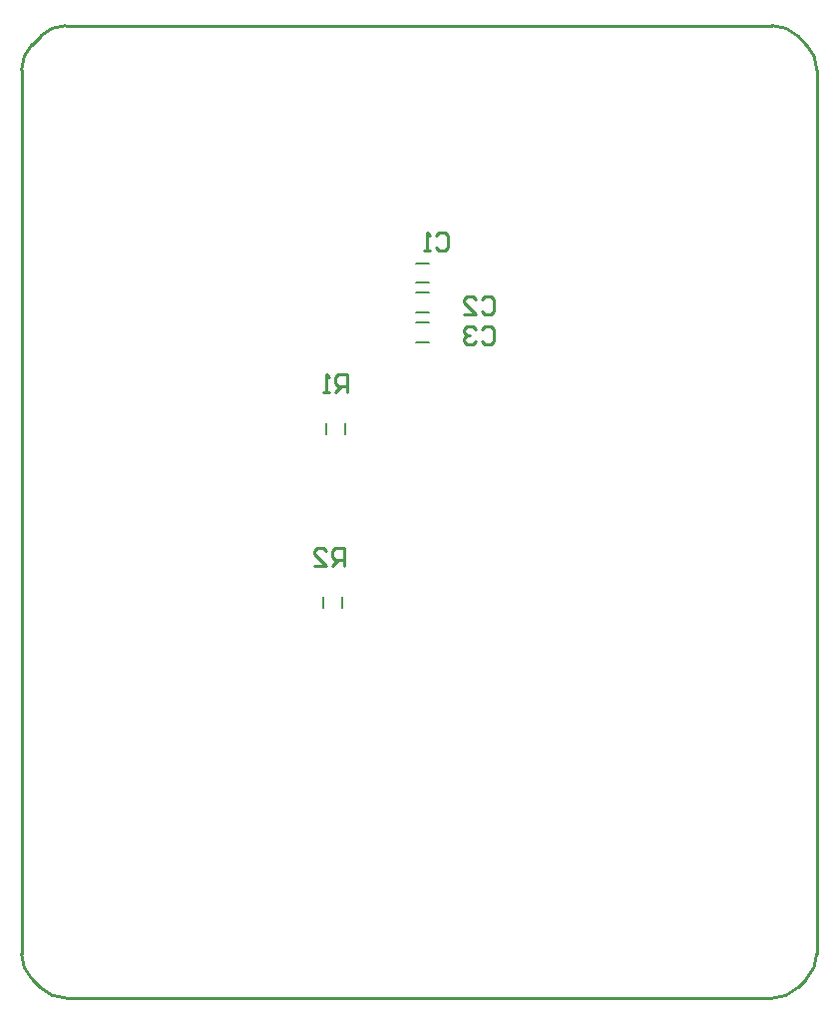
<source format=gbo>
G04 Layer_Color=32896*
%FSAX43Y43*%
%MOMM*%
G71*
G01*
G75*
%ADD10C,0.254*%
%ADD32C,0.200*%
D10*
X0100178Y0099720D02*
X0100432Y0099974D01*
X0100940D01*
X0101194Y0099720D01*
Y0098704D01*
X0100940Y0098450D01*
X0100432D01*
X0100178Y0098704D01*
X0099670Y0098450D02*
X0099162D01*
X0099416D01*
Y0099974D01*
X0099670Y0099720D01*
X0104044Y0094250D02*
X0104298Y0094504D01*
X0104806D01*
X0105060Y0094250D01*
Y0093234D01*
X0104806Y0092980D01*
X0104298D01*
X0104044Y0093234D01*
X0102521Y0092980D02*
X0103536D01*
X0102521Y0093996D01*
Y0094250D01*
X0102775Y0094504D01*
X0103283D01*
X0103536Y0094250D01*
X0104044Y0091710D02*
X0104298Y0091964D01*
X0104806D01*
X0105060Y0091710D01*
Y0090694D01*
X0104806Y0090440D01*
X0104298D01*
X0104044Y0090694D01*
X0103536Y0091710D02*
X0103283Y0091964D01*
X0102775D01*
X0102521Y0091710D01*
Y0091456D01*
X0102775Y0091202D01*
X0103029D01*
X0102775D01*
X0102521Y0090948D01*
Y0090694D01*
X0102775Y0090440D01*
X0103283D01*
X0103536Y0090694D01*
X0092608Y0086411D02*
Y0087934D01*
X0091847D01*
X0091593Y0087680D01*
Y0087173D01*
X0091847Y0086919D01*
X0092608D01*
X0092101D02*
X0091593Y0086411D01*
X0091085D02*
X0090577D01*
X0090831D01*
Y0087934D01*
X0091085Y0087680D01*
X0092354Y0071679D02*
Y0073202D01*
X0091593D01*
X0091339Y0072948D01*
Y0072441D01*
X0091593Y0072187D01*
X0092354D01*
X0091847D02*
X0091339Y0071679D01*
X0089815D02*
X0090831D01*
X0089815Y0072694D01*
Y0072948D01*
X0090069Y0073202D01*
X0090577D01*
X0090831Y0072948D01*
X0130898Y0116602D02*
G03*
X0128730Y0117500I-0002168J-0002168D01*
G01*
X0068732D02*
G03*
X0066629Y0116629I0000000J-0002975D01*
G01*
X0065898Y0115898D02*
G03*
X0065000Y0113730I0002168J-0002168D01*
G01*
Y0038770D02*
G03*
X0065898Y0036602I0003066J0000000D01*
G01*
X0066602Y0035898D02*
G03*
X0068770Y0035000I0002168J0002168D01*
G01*
X0128730D02*
G03*
X0130898Y0035898I0000000J0003066D01*
G01*
X0131602Y0036602D02*
G03*
X0132500Y0038770I-0002168J0002168D01*
G01*
Y0113730D02*
G03*
X0131602Y0115898I-0003066J0000000D01*
G01*
X0065898D02*
X0066629Y0116629D01*
X0065000Y0038770D02*
Y0113730D01*
X0065898Y0036602D02*
X0066602Y0035898D01*
X0068770Y0035000D02*
X0128730D01*
X0130898Y0035898D02*
X0131602Y0036602D01*
X0132500Y0038770D02*
Y0113730D01*
X0130898Y0116602D02*
X0131602Y0115898D01*
X0068732Y0117500D02*
X0128730D01*
D32*
X0098510Y0095720D02*
X0099610D01*
X0098510Y0097320D02*
X0099610D01*
X0098510Y0093130D02*
X0099610D01*
X0098510Y0094830D02*
X0099610D01*
X0098510Y0090590D02*
X0099610D01*
X0098510Y0092290D02*
X0099610D01*
X0092240Y0068080D02*
Y0069080D01*
X0090640Y0068080D02*
Y0069080D01*
X0092494Y0082812D02*
Y0083812D01*
X0090894Y0082812D02*
Y0083812D01*
M02*

</source>
